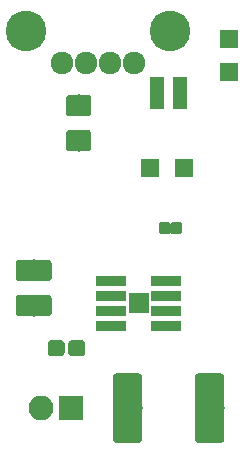
<source format=gbr>
G04 #@! TF.GenerationSoftware,KiCad,Pcbnew,(5.0.0-3-g5ebb6b6)*
G04 #@! TF.CreationDate,2018-10-03T13:59:26-07:00*
G04 #@! TF.ProjectId,Phone Charger,50686F6E6520436861726765722E6B69,rev?*
G04 #@! TF.SameCoordinates,Original*
G04 #@! TF.FileFunction,Soldermask,Top*
G04 #@! TF.FilePolarity,Negative*
%FSLAX46Y46*%
G04 Gerber Fmt 4.6, Leading zero omitted, Abs format (unit mm)*
G04 Created by KiCad (PCBNEW (5.0.0-3-g5ebb6b6)) date Wednesday, October 03, 2018 at 01:59:26 PM*
%MOMM*%
%LPD*%
G01*
G04 APERTURE LIST*
%ADD10C,0.100000*%
%ADD11C,0.990000*%
%ADD12C,1.825000*%
%ADD13R,2.100000X2.100000*%
%ADD14O,2.100000X2.100000*%
%ADD15C,1.924000*%
%ADD16C,3.448000*%
%ADD17R,1.500000X1.500000*%
%ADD18C,2.500000*%
%ADD19R,1.250000X2.700000*%
%ADD20C,1.350000*%
%ADD21R,2.584400X0.958800*%
%ADD22R,1.800000X1.800000*%
G04 APERTURE END LIST*
D10*
G04 #@! TO.C,C2*
G36*
X153606759Y-93461192D02*
X153630785Y-93464756D01*
X153654345Y-93470657D01*
X153677214Y-93478840D01*
X153699171Y-93489224D01*
X153720004Y-93501711D01*
X153739512Y-93516180D01*
X153757509Y-93532491D01*
X153773820Y-93550488D01*
X153788289Y-93569996D01*
X153800776Y-93590829D01*
X153811160Y-93612786D01*
X153819343Y-93635655D01*
X153825244Y-93659215D01*
X153828808Y-93683241D01*
X153830000Y-93707500D01*
X153830000Y-94252500D01*
X153828808Y-94276759D01*
X153825244Y-94300785D01*
X153819343Y-94324345D01*
X153811160Y-94347214D01*
X153800776Y-94369171D01*
X153788289Y-94390004D01*
X153773820Y-94409512D01*
X153757509Y-94427509D01*
X153739512Y-94443820D01*
X153720004Y-94458289D01*
X153699171Y-94470776D01*
X153677214Y-94481160D01*
X153654345Y-94489343D01*
X153630785Y-94495244D01*
X153606759Y-94498808D01*
X153582500Y-94500000D01*
X153087500Y-94500000D01*
X153063241Y-94498808D01*
X153039215Y-94495244D01*
X153015655Y-94489343D01*
X152992786Y-94481160D01*
X152970829Y-94470776D01*
X152949996Y-94458289D01*
X152930488Y-94443820D01*
X152912491Y-94427509D01*
X152896180Y-94409512D01*
X152881711Y-94390004D01*
X152869224Y-94369171D01*
X152858840Y-94347214D01*
X152850657Y-94324345D01*
X152844756Y-94300785D01*
X152841192Y-94276759D01*
X152840000Y-94252500D01*
X152840000Y-93707500D01*
X152841192Y-93683241D01*
X152844756Y-93659215D01*
X152850657Y-93635655D01*
X152858840Y-93612786D01*
X152869224Y-93590829D01*
X152881711Y-93569996D01*
X152896180Y-93550488D01*
X152912491Y-93532491D01*
X152930488Y-93516180D01*
X152949996Y-93501711D01*
X152970829Y-93489224D01*
X152992786Y-93478840D01*
X153015655Y-93470657D01*
X153039215Y-93464756D01*
X153063241Y-93461192D01*
X153087500Y-93460000D01*
X153582500Y-93460000D01*
X153606759Y-93461192D01*
X153606759Y-93461192D01*
G37*
D11*
X153335000Y-93980000D03*
D10*
G36*
X154576759Y-93461192D02*
X154600785Y-93464756D01*
X154624345Y-93470657D01*
X154647214Y-93478840D01*
X154669171Y-93489224D01*
X154690004Y-93501711D01*
X154709512Y-93516180D01*
X154727509Y-93532491D01*
X154743820Y-93550488D01*
X154758289Y-93569996D01*
X154770776Y-93590829D01*
X154781160Y-93612786D01*
X154789343Y-93635655D01*
X154795244Y-93659215D01*
X154798808Y-93683241D01*
X154800000Y-93707500D01*
X154800000Y-94252500D01*
X154798808Y-94276759D01*
X154795244Y-94300785D01*
X154789343Y-94324345D01*
X154781160Y-94347214D01*
X154770776Y-94369171D01*
X154758289Y-94390004D01*
X154743820Y-94409512D01*
X154727509Y-94427509D01*
X154709512Y-94443820D01*
X154690004Y-94458289D01*
X154669171Y-94470776D01*
X154647214Y-94481160D01*
X154624345Y-94489343D01*
X154600785Y-94495244D01*
X154576759Y-94498808D01*
X154552500Y-94500000D01*
X154057500Y-94500000D01*
X154033241Y-94498808D01*
X154009215Y-94495244D01*
X153985655Y-94489343D01*
X153962786Y-94481160D01*
X153940829Y-94470776D01*
X153919996Y-94458289D01*
X153900488Y-94443820D01*
X153882491Y-94427509D01*
X153866180Y-94409512D01*
X153851711Y-94390004D01*
X153839224Y-94369171D01*
X153828840Y-94347214D01*
X153820657Y-94324345D01*
X153814756Y-94300785D01*
X153811192Y-94276759D01*
X153810000Y-94252500D01*
X153810000Y-93707500D01*
X153811192Y-93683241D01*
X153814756Y-93659215D01*
X153820657Y-93635655D01*
X153828840Y-93612786D01*
X153839224Y-93590829D01*
X153851711Y-93569996D01*
X153866180Y-93550488D01*
X153882491Y-93532491D01*
X153900488Y-93516180D01*
X153919996Y-93501711D01*
X153940829Y-93489224D01*
X153962786Y-93478840D01*
X153985655Y-93470657D01*
X154009215Y-93464756D01*
X154033241Y-93461192D01*
X154057500Y-93460000D01*
X154552500Y-93460000D01*
X154576759Y-93461192D01*
X154576759Y-93461192D01*
G37*
D11*
X154305000Y-93980000D03*
G04 #@! TD*
D10*
G04 #@! TO.C,C3*
G36*
X146836207Y-82691542D02*
X146867287Y-82696152D01*
X146897766Y-82703787D01*
X146927350Y-82714372D01*
X146955754Y-82727806D01*
X146982704Y-82743959D01*
X147007942Y-82762677D01*
X147031223Y-82783777D01*
X147052323Y-82807058D01*
X147071041Y-82832296D01*
X147087194Y-82859246D01*
X147100628Y-82887650D01*
X147111213Y-82917234D01*
X147118848Y-82947713D01*
X147123458Y-82978793D01*
X147125000Y-83010176D01*
X147125000Y-84194824D01*
X147123458Y-84226207D01*
X147118848Y-84257287D01*
X147111213Y-84287766D01*
X147100628Y-84317350D01*
X147087194Y-84345754D01*
X147071041Y-84372704D01*
X147052323Y-84397942D01*
X147031223Y-84421223D01*
X147007942Y-84442323D01*
X146982704Y-84461041D01*
X146955754Y-84477194D01*
X146927350Y-84490628D01*
X146897766Y-84501213D01*
X146867287Y-84508848D01*
X146836207Y-84513458D01*
X146804824Y-84515000D01*
X145295176Y-84515000D01*
X145263793Y-84513458D01*
X145232713Y-84508848D01*
X145202234Y-84501213D01*
X145172650Y-84490628D01*
X145144246Y-84477194D01*
X145117296Y-84461041D01*
X145092058Y-84442323D01*
X145068777Y-84421223D01*
X145047677Y-84397942D01*
X145028959Y-84372704D01*
X145012806Y-84345754D01*
X144999372Y-84317350D01*
X144988787Y-84287766D01*
X144981152Y-84257287D01*
X144976542Y-84226207D01*
X144975000Y-84194824D01*
X144975000Y-83010176D01*
X144976542Y-82978793D01*
X144981152Y-82947713D01*
X144988787Y-82917234D01*
X144999372Y-82887650D01*
X145012806Y-82859246D01*
X145028959Y-82832296D01*
X145047677Y-82807058D01*
X145068777Y-82783777D01*
X145092058Y-82762677D01*
X145117296Y-82743959D01*
X145144246Y-82727806D01*
X145172650Y-82714372D01*
X145202234Y-82703787D01*
X145232713Y-82696152D01*
X145263793Y-82691542D01*
X145295176Y-82690000D01*
X146804824Y-82690000D01*
X146836207Y-82691542D01*
X146836207Y-82691542D01*
G37*
D12*
X146050000Y-83602500D03*
D10*
G36*
X146836207Y-85666542D02*
X146867287Y-85671152D01*
X146897766Y-85678787D01*
X146927350Y-85689372D01*
X146955754Y-85702806D01*
X146982704Y-85718959D01*
X147007942Y-85737677D01*
X147031223Y-85758777D01*
X147052323Y-85782058D01*
X147071041Y-85807296D01*
X147087194Y-85834246D01*
X147100628Y-85862650D01*
X147111213Y-85892234D01*
X147118848Y-85922713D01*
X147123458Y-85953793D01*
X147125000Y-85985176D01*
X147125000Y-87169824D01*
X147123458Y-87201207D01*
X147118848Y-87232287D01*
X147111213Y-87262766D01*
X147100628Y-87292350D01*
X147087194Y-87320754D01*
X147071041Y-87347704D01*
X147052323Y-87372942D01*
X147031223Y-87396223D01*
X147007942Y-87417323D01*
X146982704Y-87436041D01*
X146955754Y-87452194D01*
X146927350Y-87465628D01*
X146897766Y-87476213D01*
X146867287Y-87483848D01*
X146836207Y-87488458D01*
X146804824Y-87490000D01*
X145295176Y-87490000D01*
X145263793Y-87488458D01*
X145232713Y-87483848D01*
X145202234Y-87476213D01*
X145172650Y-87465628D01*
X145144246Y-87452194D01*
X145117296Y-87436041D01*
X145092058Y-87417323D01*
X145068777Y-87396223D01*
X145047677Y-87372942D01*
X145028959Y-87347704D01*
X145012806Y-87320754D01*
X144999372Y-87292350D01*
X144988787Y-87262766D01*
X144981152Y-87232287D01*
X144976542Y-87201207D01*
X144975000Y-87169824D01*
X144975000Y-85985176D01*
X144976542Y-85953793D01*
X144981152Y-85922713D01*
X144988787Y-85892234D01*
X144999372Y-85862650D01*
X145012806Y-85834246D01*
X145028959Y-85807296D01*
X145047677Y-85782058D01*
X145068777Y-85758777D01*
X145092058Y-85737677D01*
X145117296Y-85718959D01*
X145144246Y-85702806D01*
X145172650Y-85689372D01*
X145202234Y-85678787D01*
X145232713Y-85671152D01*
X145263793Y-85666542D01*
X145295176Y-85665000D01*
X146804824Y-85665000D01*
X146836207Y-85666542D01*
X146836207Y-85666542D01*
G37*
D12*
X146050000Y-86577500D03*
G04 #@! TD*
D10*
G04 #@! TO.C,C1*
G36*
X143476207Y-99636542D02*
X143507287Y-99641152D01*
X143537766Y-99648787D01*
X143567350Y-99659372D01*
X143595754Y-99672806D01*
X143622704Y-99688959D01*
X143647942Y-99707677D01*
X143671223Y-99728777D01*
X143692323Y-99752058D01*
X143711041Y-99777296D01*
X143727194Y-99804246D01*
X143740628Y-99832650D01*
X143751213Y-99862234D01*
X143758848Y-99892713D01*
X143763458Y-99923793D01*
X143765000Y-99955176D01*
X143765000Y-101139824D01*
X143763458Y-101171207D01*
X143758848Y-101202287D01*
X143751213Y-101232766D01*
X143740628Y-101262350D01*
X143727194Y-101290754D01*
X143711041Y-101317704D01*
X143692323Y-101342942D01*
X143671223Y-101366223D01*
X143647942Y-101387323D01*
X143622704Y-101406041D01*
X143595754Y-101422194D01*
X143567350Y-101435628D01*
X143537766Y-101446213D01*
X143507287Y-101453848D01*
X143476207Y-101458458D01*
X143444824Y-101460000D01*
X141035176Y-101460000D01*
X141003793Y-101458458D01*
X140972713Y-101453848D01*
X140942234Y-101446213D01*
X140912650Y-101435628D01*
X140884246Y-101422194D01*
X140857296Y-101406041D01*
X140832058Y-101387323D01*
X140808777Y-101366223D01*
X140787677Y-101342942D01*
X140768959Y-101317704D01*
X140752806Y-101290754D01*
X140739372Y-101262350D01*
X140728787Y-101232766D01*
X140721152Y-101202287D01*
X140716542Y-101171207D01*
X140715000Y-101139824D01*
X140715000Y-99955176D01*
X140716542Y-99923793D01*
X140721152Y-99892713D01*
X140728787Y-99862234D01*
X140739372Y-99832650D01*
X140752806Y-99804246D01*
X140768959Y-99777296D01*
X140787677Y-99752058D01*
X140808777Y-99728777D01*
X140832058Y-99707677D01*
X140857296Y-99688959D01*
X140884246Y-99672806D01*
X140912650Y-99659372D01*
X140942234Y-99648787D01*
X140972713Y-99641152D01*
X141003793Y-99636542D01*
X141035176Y-99635000D01*
X143444824Y-99635000D01*
X143476207Y-99636542D01*
X143476207Y-99636542D01*
G37*
D12*
X142240000Y-100547500D03*
D10*
G36*
X143476207Y-96661542D02*
X143507287Y-96666152D01*
X143537766Y-96673787D01*
X143567350Y-96684372D01*
X143595754Y-96697806D01*
X143622704Y-96713959D01*
X143647942Y-96732677D01*
X143671223Y-96753777D01*
X143692323Y-96777058D01*
X143711041Y-96802296D01*
X143727194Y-96829246D01*
X143740628Y-96857650D01*
X143751213Y-96887234D01*
X143758848Y-96917713D01*
X143763458Y-96948793D01*
X143765000Y-96980176D01*
X143765000Y-98164824D01*
X143763458Y-98196207D01*
X143758848Y-98227287D01*
X143751213Y-98257766D01*
X143740628Y-98287350D01*
X143727194Y-98315754D01*
X143711041Y-98342704D01*
X143692323Y-98367942D01*
X143671223Y-98391223D01*
X143647942Y-98412323D01*
X143622704Y-98431041D01*
X143595754Y-98447194D01*
X143567350Y-98460628D01*
X143537766Y-98471213D01*
X143507287Y-98478848D01*
X143476207Y-98483458D01*
X143444824Y-98485000D01*
X141035176Y-98485000D01*
X141003793Y-98483458D01*
X140972713Y-98478848D01*
X140942234Y-98471213D01*
X140912650Y-98460628D01*
X140884246Y-98447194D01*
X140857296Y-98431041D01*
X140832058Y-98412323D01*
X140808777Y-98391223D01*
X140787677Y-98367942D01*
X140768959Y-98342704D01*
X140752806Y-98315754D01*
X140739372Y-98287350D01*
X140728787Y-98257766D01*
X140721152Y-98227287D01*
X140716542Y-98196207D01*
X140715000Y-98164824D01*
X140715000Y-96980176D01*
X140716542Y-96948793D01*
X140721152Y-96917713D01*
X140728787Y-96887234D01*
X140739372Y-96857650D01*
X140752806Y-96829246D01*
X140768959Y-96802296D01*
X140787677Y-96777058D01*
X140808777Y-96753777D01*
X140832058Y-96732677D01*
X140857296Y-96713959D01*
X140884246Y-96697806D01*
X140912650Y-96684372D01*
X140942234Y-96673787D01*
X140972713Y-96666152D01*
X141003793Y-96661542D01*
X141035176Y-96660000D01*
X143444824Y-96660000D01*
X143476207Y-96661542D01*
X143476207Y-96661542D01*
G37*
D12*
X142240000Y-97572500D03*
G04 #@! TD*
D13*
G04 #@! TO.C,U1*
X145415000Y-109220000D03*
D14*
X142875000Y-109220000D03*
G04 #@! TD*
D15*
G04 #@! TO.C,J1*
X150703280Y-80010000D03*
X148691600Y-80010000D03*
X146685000Y-80010000D03*
X144673320Y-80010000D03*
D16*
X153763980Y-77292200D03*
X141612620Y-77292200D03*
G04 #@! TD*
D17*
G04 #@! TO.C,D2*
X152140000Y-88900000D03*
X154940000Y-88900000D03*
G04 #@! TD*
G04 #@! TO.C,D1*
X158750000Y-77975000D03*
X158750000Y-80775000D03*
G04 #@! TD*
D10*
G04 #@! TO.C,F1*
G36*
X158126552Y-106296433D02*
X158155443Y-106300719D01*
X158183775Y-106307815D01*
X158211274Y-106317655D01*
X158237677Y-106330143D01*
X158262729Y-106345158D01*
X158286188Y-106362557D01*
X158307829Y-106382171D01*
X158327443Y-106403812D01*
X158344842Y-106427271D01*
X158359857Y-106452323D01*
X158372345Y-106478726D01*
X158382185Y-106506225D01*
X158389281Y-106534557D01*
X158393567Y-106563448D01*
X158395000Y-106592620D01*
X158395000Y-111847380D01*
X158393567Y-111876552D01*
X158389281Y-111905443D01*
X158382185Y-111933775D01*
X158372345Y-111961274D01*
X158359857Y-111987677D01*
X158344842Y-112012729D01*
X158327443Y-112036188D01*
X158307829Y-112057829D01*
X158286188Y-112077443D01*
X158262729Y-112094842D01*
X158237677Y-112109857D01*
X158211274Y-112122345D01*
X158183775Y-112132185D01*
X158155443Y-112139281D01*
X158126552Y-112143567D01*
X158097380Y-112145000D01*
X156192620Y-112145000D01*
X156163448Y-112143567D01*
X156134557Y-112139281D01*
X156106225Y-112132185D01*
X156078726Y-112122345D01*
X156052323Y-112109857D01*
X156027271Y-112094842D01*
X156003812Y-112077443D01*
X155982171Y-112057829D01*
X155962557Y-112036188D01*
X155945158Y-112012729D01*
X155930143Y-111987677D01*
X155917655Y-111961274D01*
X155907815Y-111933775D01*
X155900719Y-111905443D01*
X155896433Y-111876552D01*
X155895000Y-111847380D01*
X155895000Y-106592620D01*
X155896433Y-106563448D01*
X155900719Y-106534557D01*
X155907815Y-106506225D01*
X155917655Y-106478726D01*
X155930143Y-106452323D01*
X155945158Y-106427271D01*
X155962557Y-106403812D01*
X155982171Y-106382171D01*
X156003812Y-106362557D01*
X156027271Y-106345158D01*
X156052323Y-106330143D01*
X156078726Y-106317655D01*
X156106225Y-106307815D01*
X156134557Y-106300719D01*
X156163448Y-106296433D01*
X156192620Y-106295000D01*
X158097380Y-106295000D01*
X158126552Y-106296433D01*
X158126552Y-106296433D01*
G37*
D18*
X157145000Y-109220000D03*
D10*
G36*
X151176552Y-106296433D02*
X151205443Y-106300719D01*
X151233775Y-106307815D01*
X151261274Y-106317655D01*
X151287677Y-106330143D01*
X151312729Y-106345158D01*
X151336188Y-106362557D01*
X151357829Y-106382171D01*
X151377443Y-106403812D01*
X151394842Y-106427271D01*
X151409857Y-106452323D01*
X151422345Y-106478726D01*
X151432185Y-106506225D01*
X151439281Y-106534557D01*
X151443567Y-106563448D01*
X151445000Y-106592620D01*
X151445000Y-111847380D01*
X151443567Y-111876552D01*
X151439281Y-111905443D01*
X151432185Y-111933775D01*
X151422345Y-111961274D01*
X151409857Y-111987677D01*
X151394842Y-112012729D01*
X151377443Y-112036188D01*
X151357829Y-112057829D01*
X151336188Y-112077443D01*
X151312729Y-112094842D01*
X151287677Y-112109857D01*
X151261274Y-112122345D01*
X151233775Y-112132185D01*
X151205443Y-112139281D01*
X151176552Y-112143567D01*
X151147380Y-112145000D01*
X149242620Y-112145000D01*
X149213448Y-112143567D01*
X149184557Y-112139281D01*
X149156225Y-112132185D01*
X149128726Y-112122345D01*
X149102323Y-112109857D01*
X149077271Y-112094842D01*
X149053812Y-112077443D01*
X149032171Y-112057829D01*
X149012557Y-112036188D01*
X148995158Y-112012729D01*
X148980143Y-111987677D01*
X148967655Y-111961274D01*
X148957815Y-111933775D01*
X148950719Y-111905443D01*
X148946433Y-111876552D01*
X148945000Y-111847380D01*
X148945000Y-106592620D01*
X148946433Y-106563448D01*
X148950719Y-106534557D01*
X148957815Y-106506225D01*
X148967655Y-106478726D01*
X148980143Y-106452323D01*
X148995158Y-106427271D01*
X149012557Y-106403812D01*
X149032171Y-106382171D01*
X149053812Y-106362557D01*
X149077271Y-106345158D01*
X149102323Y-106330143D01*
X149128726Y-106317655D01*
X149156225Y-106307815D01*
X149184557Y-106300719D01*
X149213448Y-106296433D01*
X149242620Y-106295000D01*
X151147380Y-106295000D01*
X151176552Y-106296433D01*
X151176552Y-106296433D01*
G37*
D18*
X150195000Y-109220000D03*
G04 #@! TD*
D19*
G04 #@! TO.C,L1*
X154645000Y-82550000D03*
X152695000Y-82550000D03*
G04 #@! TD*
D10*
G04 #@! TO.C,R1*
G36*
X144565581Y-103466625D02*
X144598343Y-103471485D01*
X144630471Y-103479533D01*
X144661656Y-103490691D01*
X144691596Y-103504852D01*
X144720005Y-103521879D01*
X144746608Y-103541609D01*
X144771149Y-103563851D01*
X144793391Y-103588392D01*
X144813121Y-103614995D01*
X144830148Y-103643404D01*
X144844309Y-103673344D01*
X144855467Y-103704529D01*
X144863515Y-103736657D01*
X144868375Y-103769419D01*
X144870000Y-103802500D01*
X144870000Y-104477500D01*
X144868375Y-104510581D01*
X144863515Y-104543343D01*
X144855467Y-104575471D01*
X144844309Y-104606656D01*
X144830148Y-104636596D01*
X144813121Y-104665005D01*
X144793391Y-104691608D01*
X144771149Y-104716149D01*
X144746608Y-104738391D01*
X144720005Y-104758121D01*
X144691596Y-104775148D01*
X144661656Y-104789309D01*
X144630471Y-104800467D01*
X144598343Y-104808515D01*
X144565581Y-104813375D01*
X144532500Y-104815000D01*
X143757500Y-104815000D01*
X143724419Y-104813375D01*
X143691657Y-104808515D01*
X143659529Y-104800467D01*
X143628344Y-104789309D01*
X143598404Y-104775148D01*
X143569995Y-104758121D01*
X143543392Y-104738391D01*
X143518851Y-104716149D01*
X143496609Y-104691608D01*
X143476879Y-104665005D01*
X143459852Y-104636596D01*
X143445691Y-104606656D01*
X143434533Y-104575471D01*
X143426485Y-104543343D01*
X143421625Y-104510581D01*
X143420000Y-104477500D01*
X143420000Y-103802500D01*
X143421625Y-103769419D01*
X143426485Y-103736657D01*
X143434533Y-103704529D01*
X143445691Y-103673344D01*
X143459852Y-103643404D01*
X143476879Y-103614995D01*
X143496609Y-103588392D01*
X143518851Y-103563851D01*
X143543392Y-103541609D01*
X143569995Y-103521879D01*
X143598404Y-103504852D01*
X143628344Y-103490691D01*
X143659529Y-103479533D01*
X143691657Y-103471485D01*
X143724419Y-103466625D01*
X143757500Y-103465000D01*
X144532500Y-103465000D01*
X144565581Y-103466625D01*
X144565581Y-103466625D01*
G37*
D20*
X144145000Y-104140000D03*
D10*
G36*
X146315581Y-103466625D02*
X146348343Y-103471485D01*
X146380471Y-103479533D01*
X146411656Y-103490691D01*
X146441596Y-103504852D01*
X146470005Y-103521879D01*
X146496608Y-103541609D01*
X146521149Y-103563851D01*
X146543391Y-103588392D01*
X146563121Y-103614995D01*
X146580148Y-103643404D01*
X146594309Y-103673344D01*
X146605467Y-103704529D01*
X146613515Y-103736657D01*
X146618375Y-103769419D01*
X146620000Y-103802500D01*
X146620000Y-104477500D01*
X146618375Y-104510581D01*
X146613515Y-104543343D01*
X146605467Y-104575471D01*
X146594309Y-104606656D01*
X146580148Y-104636596D01*
X146563121Y-104665005D01*
X146543391Y-104691608D01*
X146521149Y-104716149D01*
X146496608Y-104738391D01*
X146470005Y-104758121D01*
X146441596Y-104775148D01*
X146411656Y-104789309D01*
X146380471Y-104800467D01*
X146348343Y-104808515D01*
X146315581Y-104813375D01*
X146282500Y-104815000D01*
X145507500Y-104815000D01*
X145474419Y-104813375D01*
X145441657Y-104808515D01*
X145409529Y-104800467D01*
X145378344Y-104789309D01*
X145348404Y-104775148D01*
X145319995Y-104758121D01*
X145293392Y-104738391D01*
X145268851Y-104716149D01*
X145246609Y-104691608D01*
X145226879Y-104665005D01*
X145209852Y-104636596D01*
X145195691Y-104606656D01*
X145184533Y-104575471D01*
X145176485Y-104543343D01*
X145171625Y-104510581D01*
X145170000Y-104477500D01*
X145170000Y-103802500D01*
X145171625Y-103769419D01*
X145176485Y-103736657D01*
X145184533Y-103704529D01*
X145195691Y-103673344D01*
X145209852Y-103643404D01*
X145226879Y-103614995D01*
X145246609Y-103588392D01*
X145268851Y-103563851D01*
X145293392Y-103541609D01*
X145319995Y-103521879D01*
X145348404Y-103504852D01*
X145378344Y-103490691D01*
X145409529Y-103479533D01*
X145441657Y-103471485D01*
X145474419Y-103466625D01*
X145507500Y-103465000D01*
X146282500Y-103465000D01*
X146315581Y-103466625D01*
X146315581Y-103466625D01*
G37*
D20*
X145895000Y-104140000D03*
G04 #@! TD*
D21*
G04 #@! TO.C,U2*
X148767800Y-98425000D03*
X148767800Y-99695000D03*
X148767800Y-100965000D03*
X148767800Y-102235000D03*
X153492200Y-102235000D03*
X153492200Y-100965000D03*
X153492200Y-99695000D03*
X153492200Y-98425000D03*
D22*
X151130000Y-100330000D03*
G04 #@! TD*
M02*

</source>
